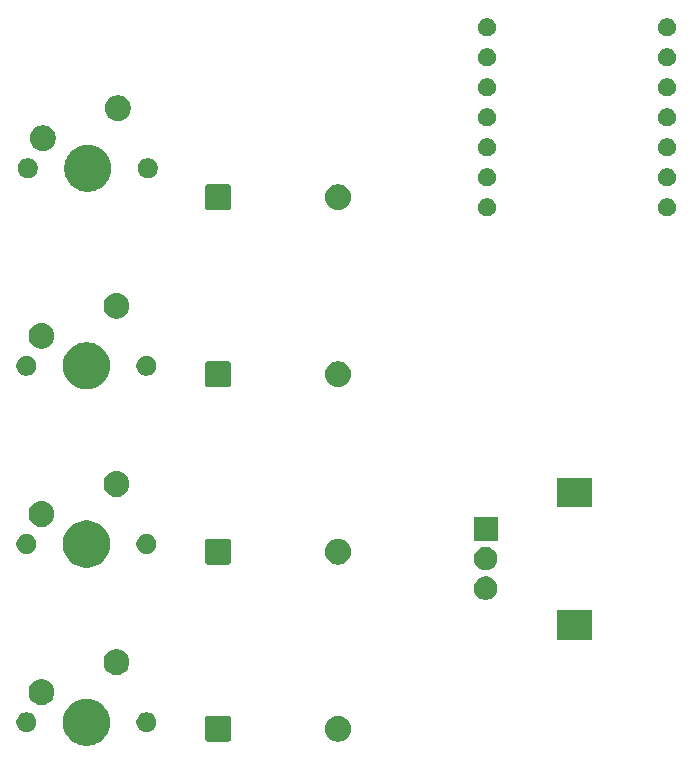
<source format=gbs>
G04 #@! TF.GenerationSoftware,KiCad,Pcbnew,9.0.6*
G04 #@! TF.CreationDate,2025-12-19T00:03:08+05:30*
G04 #@! TF.ProjectId,macropad,6d616372-6f70-4616-942e-6b696361645f,rev?*
G04 #@! TF.SameCoordinates,Original*
G04 #@! TF.FileFunction,Soldermask,Bot*
G04 #@! TF.FilePolarity,Negative*
%FSLAX46Y46*%
G04 Gerber Fmt 4.6, Leading zero omitted, Abs format (unit mm)*
G04 Created by KiCad (PCBNEW 9.0.6) date 2025-12-19 00:03:08*
%MOMM*%
%LPD*%
G01*
G04 APERTURE LIST*
G04 APERTURE END LIST*
G36*
X119090181Y-102488429D02*
G01*
X119342879Y-102556140D01*
X119584577Y-102656255D01*
X119811140Y-102787061D01*
X120018692Y-102946320D01*
X120203680Y-103131308D01*
X120362939Y-103338860D01*
X120493745Y-103565423D01*
X120593860Y-103807121D01*
X120661571Y-104059819D01*
X120695718Y-104319194D01*
X120695718Y-104580806D01*
X120661571Y-104840181D01*
X120593860Y-105092879D01*
X120493745Y-105334577D01*
X120362939Y-105561140D01*
X120203680Y-105768692D01*
X120018692Y-105953680D01*
X119811140Y-106112939D01*
X119584577Y-106243745D01*
X119342879Y-106343860D01*
X119090181Y-106411571D01*
X118830806Y-106445718D01*
X118569194Y-106445718D01*
X118309819Y-106411571D01*
X118057121Y-106343860D01*
X117815423Y-106243745D01*
X117588860Y-106112939D01*
X117381308Y-105953680D01*
X117196320Y-105768692D01*
X117037061Y-105561140D01*
X116906255Y-105334577D01*
X116806140Y-105092879D01*
X116738429Y-104840181D01*
X116704282Y-104580806D01*
X116704282Y-104319194D01*
X116738429Y-104059819D01*
X116806140Y-103807121D01*
X116906255Y-103565423D01*
X117037061Y-103338860D01*
X117196320Y-103131308D01*
X117381308Y-102946320D01*
X117588860Y-102787061D01*
X117815423Y-102656255D01*
X118057121Y-102556140D01*
X118309819Y-102488429D01*
X118569194Y-102454282D01*
X118830806Y-102454282D01*
X119090181Y-102488429D01*
G37*
G36*
X130694850Y-103900964D02*
G01*
X130745041Y-103906787D01*
X130762191Y-103914359D01*
X130785671Y-103919030D01*
X130810806Y-103935825D01*
X130830696Y-103944607D01*
X130844280Y-103958191D01*
X130866777Y-103973223D01*
X130881808Y-103995719D01*
X130895392Y-104009303D01*
X130904173Y-104029190D01*
X130920970Y-104054329D01*
X130925640Y-104077809D01*
X130933212Y-104094958D01*
X130939036Y-104145161D01*
X130939999Y-104150000D01*
X130939999Y-104153456D01*
X130940000Y-104153465D01*
X130940000Y-105086291D01*
X130940000Y-105850001D01*
X130939034Y-105854853D01*
X130933212Y-105905041D01*
X130925641Y-105922187D01*
X130920970Y-105945671D01*
X130904171Y-105970811D01*
X130895392Y-105990696D01*
X130881810Y-106004277D01*
X130866777Y-106026777D01*
X130844277Y-106041810D01*
X130830696Y-106055392D01*
X130810811Y-106064171D01*
X130785671Y-106080970D01*
X130762188Y-106085640D01*
X130745041Y-106093212D01*
X130694838Y-106099036D01*
X130690000Y-106099999D01*
X130686543Y-106099999D01*
X130686535Y-106100000D01*
X128993465Y-106100000D01*
X128993464Y-106099999D01*
X128989999Y-106100000D01*
X128985147Y-106099035D01*
X128934958Y-106093212D01*
X128917810Y-106085640D01*
X128894329Y-106080970D01*
X128869190Y-106064173D01*
X128849303Y-106055392D01*
X128835719Y-106041808D01*
X128813223Y-106026777D01*
X128798191Y-106004280D01*
X128784607Y-105990696D01*
X128775825Y-105970806D01*
X128759030Y-105945671D01*
X128754360Y-105922192D01*
X128746787Y-105905041D01*
X128740963Y-105854838D01*
X128740001Y-105850000D01*
X128740000Y-105846542D01*
X128740000Y-105846534D01*
X128740000Y-104153465D01*
X128740000Y-104153464D01*
X128740000Y-104149999D01*
X128740964Y-104145149D01*
X128746787Y-104094958D01*
X128754359Y-104077806D01*
X128759030Y-104054329D01*
X128775823Y-104029194D01*
X128784607Y-104009303D01*
X128798193Y-103995716D01*
X128813223Y-103973223D01*
X128835716Y-103958193D01*
X128849303Y-103944607D01*
X128869194Y-103935823D01*
X128894329Y-103919030D01*
X128917805Y-103914360D01*
X128934958Y-103906787D01*
X128985163Y-103900963D01*
X128990000Y-103900001D01*
X128993456Y-103900000D01*
X128993465Y-103900000D01*
X130686535Y-103900000D01*
X130690001Y-103900000D01*
X130694850Y-103900964D01*
G37*
G36*
X140256790Y-103930393D02*
G01*
X140420952Y-103983733D01*
X140574748Y-104062096D01*
X140714393Y-104163553D01*
X140836447Y-104285607D01*
X140937904Y-104425252D01*
X141016267Y-104579048D01*
X141069607Y-104743210D01*
X141096609Y-104913695D01*
X141096609Y-105086305D01*
X141069607Y-105256790D01*
X141016267Y-105420952D01*
X140937904Y-105574748D01*
X140836447Y-105714393D01*
X140714393Y-105836447D01*
X140574748Y-105937904D01*
X140420952Y-106016267D01*
X140256790Y-106069607D01*
X140086305Y-106096609D01*
X139913695Y-106096609D01*
X139743210Y-106069607D01*
X139579048Y-106016267D01*
X139425252Y-105937904D01*
X139285607Y-105836447D01*
X139163553Y-105714393D01*
X139062096Y-105574748D01*
X138983733Y-105420952D01*
X138930393Y-105256790D01*
X138903391Y-105086305D01*
X138903391Y-104913695D01*
X138930393Y-104743210D01*
X138983733Y-104579048D01*
X139062096Y-104425252D01*
X139163553Y-104285607D01*
X139285607Y-104163553D01*
X139425252Y-104062096D01*
X139579048Y-103983733D01*
X139743210Y-103930393D01*
X139913695Y-103903391D01*
X140086305Y-103903391D01*
X140256790Y-103930393D01*
G37*
G36*
X113866742Y-103636601D02*
G01*
X114020687Y-103700367D01*
X114159234Y-103792941D01*
X114277059Y-103910766D01*
X114369633Y-104049313D01*
X114433399Y-104203258D01*
X114465907Y-104366685D01*
X114465907Y-104533315D01*
X114433399Y-104696742D01*
X114369633Y-104850687D01*
X114277059Y-104989234D01*
X114159234Y-105107059D01*
X114020687Y-105199633D01*
X113866742Y-105263399D01*
X113703315Y-105295907D01*
X113536685Y-105295907D01*
X113373258Y-105263399D01*
X113219313Y-105199633D01*
X113080766Y-105107059D01*
X112962941Y-104989234D01*
X112870367Y-104850687D01*
X112806601Y-104696742D01*
X112774093Y-104533315D01*
X112774093Y-104366685D01*
X112806601Y-104203258D01*
X112870367Y-104049313D01*
X112962941Y-103910766D01*
X113080766Y-103792941D01*
X113219313Y-103700367D01*
X113373258Y-103636601D01*
X113536685Y-103604093D01*
X113703315Y-103604093D01*
X113866742Y-103636601D01*
G37*
G36*
X124026742Y-103636601D02*
G01*
X124180687Y-103700367D01*
X124319234Y-103792941D01*
X124437059Y-103910766D01*
X124529633Y-104049313D01*
X124593399Y-104203258D01*
X124625907Y-104366685D01*
X124625907Y-104533315D01*
X124593399Y-104696742D01*
X124529633Y-104850687D01*
X124437059Y-104989234D01*
X124319234Y-105107059D01*
X124180687Y-105199633D01*
X124026742Y-105263399D01*
X123863315Y-105295907D01*
X123696685Y-105295907D01*
X123533258Y-105263399D01*
X123379313Y-105199633D01*
X123240766Y-105107059D01*
X123122941Y-104989234D01*
X123030367Y-104850687D01*
X122966601Y-104696742D01*
X122934093Y-104533315D01*
X122934093Y-104366685D01*
X122966601Y-104203258D01*
X123030367Y-104049313D01*
X123122941Y-103910766D01*
X123240766Y-103792941D01*
X123379313Y-103700367D01*
X123533258Y-103636601D01*
X123696685Y-103604093D01*
X123863315Y-103604093D01*
X124026742Y-103636601D01*
G37*
G36*
X115146790Y-100840393D02*
G01*
X115310952Y-100893733D01*
X115464748Y-100972096D01*
X115604393Y-101073553D01*
X115726447Y-101195607D01*
X115827904Y-101335252D01*
X115906267Y-101489048D01*
X115959607Y-101653210D01*
X115986609Y-101823695D01*
X115986609Y-101996305D01*
X115959607Y-102166790D01*
X115906267Y-102330952D01*
X115827904Y-102484748D01*
X115726447Y-102624393D01*
X115604393Y-102746447D01*
X115464748Y-102847904D01*
X115310952Y-102926267D01*
X115146790Y-102979607D01*
X114976305Y-103006609D01*
X114803695Y-103006609D01*
X114633210Y-102979607D01*
X114469048Y-102926267D01*
X114315252Y-102847904D01*
X114175607Y-102746447D01*
X114053553Y-102624393D01*
X113952096Y-102484748D01*
X113873733Y-102330952D01*
X113820393Y-102166790D01*
X113793391Y-101996305D01*
X113793391Y-101823695D01*
X113820393Y-101653210D01*
X113873733Y-101489048D01*
X113952096Y-101335252D01*
X114053553Y-101195607D01*
X114175607Y-101073553D01*
X114315252Y-100972096D01*
X114469048Y-100893733D01*
X114633210Y-100840393D01*
X114803695Y-100813391D01*
X114976305Y-100813391D01*
X115146790Y-100840393D01*
G37*
G36*
X121496790Y-98300393D02*
G01*
X121660952Y-98353733D01*
X121814748Y-98432096D01*
X121954393Y-98533553D01*
X122076447Y-98655607D01*
X122177904Y-98795252D01*
X122256267Y-98949048D01*
X122309607Y-99113210D01*
X122336609Y-99283695D01*
X122336609Y-99456305D01*
X122309607Y-99626790D01*
X122256267Y-99790952D01*
X122177904Y-99944748D01*
X122076447Y-100084393D01*
X121954393Y-100206447D01*
X121814748Y-100307904D01*
X121660952Y-100386267D01*
X121496790Y-100439607D01*
X121326305Y-100466609D01*
X121153695Y-100466609D01*
X120983210Y-100439607D01*
X120819048Y-100386267D01*
X120665252Y-100307904D01*
X120525607Y-100206447D01*
X120403553Y-100084393D01*
X120302096Y-99944748D01*
X120223733Y-99790952D01*
X120170393Y-99626790D01*
X120143391Y-99456305D01*
X120143391Y-99283695D01*
X120170393Y-99113210D01*
X120223733Y-98949048D01*
X120302096Y-98795252D01*
X120403553Y-98655607D01*
X120525607Y-98533553D01*
X120665252Y-98432096D01*
X120819048Y-98353733D01*
X120983210Y-98300393D01*
X121153695Y-98273391D01*
X121326305Y-98273391D01*
X121496790Y-98300393D01*
G37*
G36*
X161500000Y-97450000D02*
G01*
X158500000Y-97450000D01*
X158500000Y-94950000D01*
X161500000Y-94950000D01*
X161500000Y-97450000D01*
G37*
G36*
X152790285Y-92143060D02*
G01*
X152971397Y-92218079D01*
X153134393Y-92326990D01*
X153273010Y-92465607D01*
X153381921Y-92628603D01*
X153456940Y-92809715D01*
X153495185Y-93001983D01*
X153495185Y-93198017D01*
X153456940Y-93390285D01*
X153381921Y-93571397D01*
X153273010Y-93734393D01*
X153134393Y-93873010D01*
X152971397Y-93981921D01*
X152790285Y-94056940D01*
X152598017Y-94095185D01*
X152401983Y-94095185D01*
X152209715Y-94056940D01*
X152028603Y-93981921D01*
X151865607Y-93873010D01*
X151726990Y-93734393D01*
X151618079Y-93571397D01*
X151543060Y-93390285D01*
X151504815Y-93198017D01*
X151504815Y-93001983D01*
X151543060Y-92809715D01*
X151618079Y-92628603D01*
X151726990Y-92465607D01*
X151865607Y-92326990D01*
X152028603Y-92218079D01*
X152209715Y-92143060D01*
X152401983Y-92104815D01*
X152598017Y-92104815D01*
X152790285Y-92143060D01*
G37*
G36*
X152790285Y-89643060D02*
G01*
X152971397Y-89718079D01*
X153134393Y-89826990D01*
X153273010Y-89965607D01*
X153381921Y-90128603D01*
X153456940Y-90309715D01*
X153495185Y-90501983D01*
X153495185Y-90698017D01*
X153456940Y-90890285D01*
X153381921Y-91071397D01*
X153273010Y-91234393D01*
X153134393Y-91373010D01*
X152971397Y-91481921D01*
X152790285Y-91556940D01*
X152598017Y-91595185D01*
X152401983Y-91595185D01*
X152209715Y-91556940D01*
X152028603Y-91481921D01*
X151865607Y-91373010D01*
X151726990Y-91234393D01*
X151618079Y-91071397D01*
X151543060Y-90890285D01*
X151504815Y-90698017D01*
X151504815Y-90501983D01*
X151543060Y-90309715D01*
X151618079Y-90128603D01*
X151726990Y-89965607D01*
X151865607Y-89826990D01*
X152028603Y-89718079D01*
X152209715Y-89643060D01*
X152401983Y-89604815D01*
X152598017Y-89604815D01*
X152790285Y-89643060D01*
G37*
G36*
X119090181Y-87398429D02*
G01*
X119342879Y-87466140D01*
X119584577Y-87566255D01*
X119811140Y-87697061D01*
X120018692Y-87856320D01*
X120203680Y-88041308D01*
X120362939Y-88248860D01*
X120493745Y-88475423D01*
X120593860Y-88717121D01*
X120661571Y-88969819D01*
X120695718Y-89229194D01*
X120695718Y-89490806D01*
X120661571Y-89750181D01*
X120593860Y-90002879D01*
X120493745Y-90244577D01*
X120362939Y-90471140D01*
X120203680Y-90678692D01*
X120018692Y-90863680D01*
X119811140Y-91022939D01*
X119584577Y-91153745D01*
X119342879Y-91253860D01*
X119090181Y-91321571D01*
X118830806Y-91355718D01*
X118569194Y-91355718D01*
X118309819Y-91321571D01*
X118057121Y-91253860D01*
X117815423Y-91153745D01*
X117588860Y-91022939D01*
X117381308Y-90863680D01*
X117196320Y-90678692D01*
X117037061Y-90471140D01*
X116906255Y-90244577D01*
X116806140Y-90002879D01*
X116738429Y-89750181D01*
X116704282Y-89490806D01*
X116704282Y-89229194D01*
X116738429Y-88969819D01*
X116806140Y-88717121D01*
X116906255Y-88475423D01*
X117037061Y-88248860D01*
X117196320Y-88041308D01*
X117381308Y-87856320D01*
X117588860Y-87697061D01*
X117815423Y-87566255D01*
X118057121Y-87466140D01*
X118309819Y-87398429D01*
X118569194Y-87364282D01*
X118830806Y-87364282D01*
X119090181Y-87398429D01*
G37*
G36*
X130694850Y-88900964D02*
G01*
X130745041Y-88906787D01*
X130762191Y-88914359D01*
X130785671Y-88919030D01*
X130810806Y-88935825D01*
X130830696Y-88944607D01*
X130844280Y-88958191D01*
X130866777Y-88973223D01*
X130881808Y-88995719D01*
X130895392Y-89009303D01*
X130904173Y-89029190D01*
X130920970Y-89054329D01*
X130925640Y-89077809D01*
X130933212Y-89094958D01*
X130939036Y-89145161D01*
X130939999Y-89150000D01*
X130939999Y-89153456D01*
X130940000Y-89153465D01*
X130940000Y-90002838D01*
X130940000Y-90850001D01*
X130939034Y-90854853D01*
X130933212Y-90905041D01*
X130925641Y-90922187D01*
X130920970Y-90945671D01*
X130904171Y-90970811D01*
X130895392Y-90990696D01*
X130881810Y-91004277D01*
X130866777Y-91026777D01*
X130844277Y-91041810D01*
X130830696Y-91055392D01*
X130810811Y-91064171D01*
X130785671Y-91080970D01*
X130762188Y-91085640D01*
X130745041Y-91093212D01*
X130694838Y-91099036D01*
X130690000Y-91099999D01*
X130686543Y-91099999D01*
X130686535Y-91100000D01*
X128993465Y-91100000D01*
X128993464Y-91099999D01*
X128989999Y-91100000D01*
X128985147Y-91099035D01*
X128934958Y-91093212D01*
X128917810Y-91085640D01*
X128894329Y-91080970D01*
X128869190Y-91064173D01*
X128849303Y-91055392D01*
X128835719Y-91041808D01*
X128813223Y-91026777D01*
X128798191Y-91004280D01*
X128784607Y-90990696D01*
X128775825Y-90970806D01*
X128759030Y-90945671D01*
X128754360Y-90922192D01*
X128746787Y-90905041D01*
X128740963Y-90854838D01*
X128740001Y-90850000D01*
X128740000Y-90846542D01*
X128740000Y-90846534D01*
X128740000Y-89153465D01*
X128740000Y-89153464D01*
X128740000Y-89149999D01*
X128740964Y-89145149D01*
X128746787Y-89094958D01*
X128754359Y-89077806D01*
X128759030Y-89054329D01*
X128775823Y-89029194D01*
X128784607Y-89009303D01*
X128798193Y-88995716D01*
X128813223Y-88973223D01*
X128835716Y-88958193D01*
X128849303Y-88944607D01*
X128869194Y-88935823D01*
X128894329Y-88919030D01*
X128917805Y-88914360D01*
X128934958Y-88906787D01*
X128985163Y-88900963D01*
X128990000Y-88900001D01*
X128993456Y-88900000D01*
X128993465Y-88900000D01*
X130686535Y-88900000D01*
X130690001Y-88900000D01*
X130694850Y-88900964D01*
G37*
G36*
X140256790Y-88930393D02*
G01*
X140420952Y-88983733D01*
X140574748Y-89062096D01*
X140714393Y-89163553D01*
X140836447Y-89285607D01*
X140937904Y-89425252D01*
X141016267Y-89579048D01*
X141069607Y-89743210D01*
X141096609Y-89913695D01*
X141096609Y-90086305D01*
X141069607Y-90256790D01*
X141016267Y-90420952D01*
X140937904Y-90574748D01*
X140836447Y-90714393D01*
X140714393Y-90836447D01*
X140574748Y-90937904D01*
X140420952Y-91016267D01*
X140256790Y-91069607D01*
X140086305Y-91096609D01*
X139913695Y-91096609D01*
X139743210Y-91069607D01*
X139579048Y-91016267D01*
X139425252Y-90937904D01*
X139285607Y-90836447D01*
X139163553Y-90714393D01*
X139062096Y-90574748D01*
X138983733Y-90420952D01*
X138930393Y-90256790D01*
X138903391Y-90086305D01*
X138903391Y-89913695D01*
X138930393Y-89743210D01*
X138983733Y-89579048D01*
X139062096Y-89425252D01*
X139163553Y-89285607D01*
X139285607Y-89163553D01*
X139425252Y-89062096D01*
X139579048Y-88983733D01*
X139743210Y-88930393D01*
X139913695Y-88903391D01*
X140086305Y-88903391D01*
X140256790Y-88930393D01*
G37*
G36*
X113866742Y-88546601D02*
G01*
X114020687Y-88610367D01*
X114159234Y-88702941D01*
X114277059Y-88820766D01*
X114369633Y-88959313D01*
X114433399Y-89113258D01*
X114465907Y-89276685D01*
X114465907Y-89443315D01*
X114433399Y-89606742D01*
X114369633Y-89760687D01*
X114277059Y-89899234D01*
X114159234Y-90017059D01*
X114020687Y-90109633D01*
X113866742Y-90173399D01*
X113703315Y-90205907D01*
X113536685Y-90205907D01*
X113373258Y-90173399D01*
X113219313Y-90109633D01*
X113080766Y-90017059D01*
X112962941Y-89899234D01*
X112870367Y-89760687D01*
X112806601Y-89606742D01*
X112774093Y-89443315D01*
X112774093Y-89276685D01*
X112806601Y-89113258D01*
X112870367Y-88959313D01*
X112962941Y-88820766D01*
X113080766Y-88702941D01*
X113219313Y-88610367D01*
X113373258Y-88546601D01*
X113536685Y-88514093D01*
X113703315Y-88514093D01*
X113866742Y-88546601D01*
G37*
G36*
X124026742Y-88546601D02*
G01*
X124180687Y-88610367D01*
X124319234Y-88702941D01*
X124437059Y-88820766D01*
X124529633Y-88959313D01*
X124593399Y-89113258D01*
X124625907Y-89276685D01*
X124625907Y-89443315D01*
X124593399Y-89606742D01*
X124529633Y-89760687D01*
X124437059Y-89899234D01*
X124319234Y-90017059D01*
X124180687Y-90109633D01*
X124026742Y-90173399D01*
X123863315Y-90205907D01*
X123696685Y-90205907D01*
X123533258Y-90173399D01*
X123379313Y-90109633D01*
X123240766Y-90017059D01*
X123122941Y-89899234D01*
X123030367Y-89760687D01*
X122966601Y-89606742D01*
X122934093Y-89443315D01*
X122934093Y-89276685D01*
X122966601Y-89113258D01*
X123030367Y-88959313D01*
X123122941Y-88820766D01*
X123240766Y-88702941D01*
X123379313Y-88610367D01*
X123533258Y-88546601D01*
X123696685Y-88514093D01*
X123863315Y-88514093D01*
X124026742Y-88546601D01*
G37*
G36*
X153500000Y-89100000D02*
G01*
X151500000Y-89100000D01*
X151500000Y-87100000D01*
X153500000Y-87100000D01*
X153500000Y-89100000D01*
G37*
G36*
X115146790Y-85750393D02*
G01*
X115310952Y-85803733D01*
X115464748Y-85882096D01*
X115604393Y-85983553D01*
X115726447Y-86105607D01*
X115827904Y-86245252D01*
X115906267Y-86399048D01*
X115959607Y-86563210D01*
X115986609Y-86733695D01*
X115986609Y-86906305D01*
X115959607Y-87076790D01*
X115906267Y-87240952D01*
X115827904Y-87394748D01*
X115726447Y-87534393D01*
X115604393Y-87656447D01*
X115464748Y-87757904D01*
X115310952Y-87836267D01*
X115146790Y-87889607D01*
X114976305Y-87916609D01*
X114803695Y-87916609D01*
X114633210Y-87889607D01*
X114469048Y-87836267D01*
X114315252Y-87757904D01*
X114175607Y-87656447D01*
X114053553Y-87534393D01*
X113952096Y-87394748D01*
X113873733Y-87240952D01*
X113820393Y-87076790D01*
X113793391Y-86906305D01*
X113793391Y-86733695D01*
X113820393Y-86563210D01*
X113873733Y-86399048D01*
X113952096Y-86245252D01*
X114053553Y-86105607D01*
X114175607Y-85983553D01*
X114315252Y-85882096D01*
X114469048Y-85803733D01*
X114633210Y-85750393D01*
X114803695Y-85723391D01*
X114976305Y-85723391D01*
X115146790Y-85750393D01*
G37*
G36*
X161500000Y-86250000D02*
G01*
X158500000Y-86250000D01*
X158500000Y-83750000D01*
X161500000Y-83750000D01*
X161500000Y-86250000D01*
G37*
G36*
X121496790Y-83210393D02*
G01*
X121660952Y-83263733D01*
X121814748Y-83342096D01*
X121954393Y-83443553D01*
X122076447Y-83565607D01*
X122177904Y-83705252D01*
X122256267Y-83859048D01*
X122309607Y-84023210D01*
X122336609Y-84193695D01*
X122336609Y-84366305D01*
X122309607Y-84536790D01*
X122256267Y-84700952D01*
X122177904Y-84854748D01*
X122076447Y-84994393D01*
X121954393Y-85116447D01*
X121814748Y-85217904D01*
X121660952Y-85296267D01*
X121496790Y-85349607D01*
X121326305Y-85376609D01*
X121153695Y-85376609D01*
X120983210Y-85349607D01*
X120819048Y-85296267D01*
X120665252Y-85217904D01*
X120525607Y-85116447D01*
X120403553Y-84994393D01*
X120302096Y-84854748D01*
X120223733Y-84700952D01*
X120170393Y-84536790D01*
X120143391Y-84366305D01*
X120143391Y-84193695D01*
X120170393Y-84023210D01*
X120223733Y-83859048D01*
X120302096Y-83705252D01*
X120403553Y-83565607D01*
X120525607Y-83443553D01*
X120665252Y-83342096D01*
X120819048Y-83263733D01*
X120983210Y-83210393D01*
X121153695Y-83183391D01*
X121326305Y-83183391D01*
X121496790Y-83210393D01*
G37*
G36*
X119090181Y-72308429D02*
G01*
X119342879Y-72376140D01*
X119584577Y-72476255D01*
X119811140Y-72607061D01*
X120018692Y-72766320D01*
X120203680Y-72951308D01*
X120362939Y-73158860D01*
X120493745Y-73385423D01*
X120593860Y-73627121D01*
X120661571Y-73879819D01*
X120695718Y-74139194D01*
X120695718Y-74400806D01*
X120661571Y-74660181D01*
X120593860Y-74912879D01*
X120493745Y-75154577D01*
X120362939Y-75381140D01*
X120203680Y-75588692D01*
X120018692Y-75773680D01*
X119811140Y-75932939D01*
X119584577Y-76063745D01*
X119342879Y-76163860D01*
X119090181Y-76231571D01*
X118830806Y-76265718D01*
X118569194Y-76265718D01*
X118309819Y-76231571D01*
X118057121Y-76163860D01*
X117815423Y-76063745D01*
X117588860Y-75932939D01*
X117381308Y-75773680D01*
X117196320Y-75588692D01*
X117037061Y-75381140D01*
X116906255Y-75154577D01*
X116806140Y-74912879D01*
X116738429Y-74660181D01*
X116704282Y-74400806D01*
X116704282Y-74139194D01*
X116738429Y-73879819D01*
X116806140Y-73627121D01*
X116906255Y-73385423D01*
X117037061Y-73158860D01*
X117196320Y-72951308D01*
X117381308Y-72766320D01*
X117588860Y-72607061D01*
X117815423Y-72476255D01*
X118057121Y-72376140D01*
X118309819Y-72308429D01*
X118569194Y-72274282D01*
X118830806Y-72274282D01*
X119090181Y-72308429D01*
G37*
G36*
X130694850Y-73900964D02*
G01*
X130745041Y-73906787D01*
X130762191Y-73914359D01*
X130785671Y-73919030D01*
X130810806Y-73935825D01*
X130830696Y-73944607D01*
X130844280Y-73958191D01*
X130866777Y-73973223D01*
X130881808Y-73995719D01*
X130895392Y-74009303D01*
X130904173Y-74029190D01*
X130920970Y-74054329D01*
X130925640Y-74077809D01*
X130933212Y-74094958D01*
X130939036Y-74145161D01*
X130939999Y-74150000D01*
X130939999Y-74153456D01*
X130940000Y-74153465D01*
X130940000Y-75019375D01*
X130940000Y-75850001D01*
X130939034Y-75854853D01*
X130933212Y-75905041D01*
X130925641Y-75922187D01*
X130920970Y-75945671D01*
X130904171Y-75970811D01*
X130895392Y-75990696D01*
X130881810Y-76004277D01*
X130866777Y-76026777D01*
X130844277Y-76041810D01*
X130830696Y-76055392D01*
X130810811Y-76064171D01*
X130785671Y-76080970D01*
X130762188Y-76085640D01*
X130745041Y-76093212D01*
X130694838Y-76099036D01*
X130690000Y-76099999D01*
X130686543Y-76099999D01*
X130686535Y-76100000D01*
X128993465Y-76100000D01*
X128993464Y-76099999D01*
X128989999Y-76100000D01*
X128985147Y-76099035D01*
X128934958Y-76093212D01*
X128917810Y-76085640D01*
X128894329Y-76080970D01*
X128869190Y-76064173D01*
X128849303Y-76055392D01*
X128835719Y-76041808D01*
X128813223Y-76026777D01*
X128798191Y-76004280D01*
X128784607Y-75990696D01*
X128775825Y-75970806D01*
X128759030Y-75945671D01*
X128754360Y-75922192D01*
X128746787Y-75905041D01*
X128740963Y-75854838D01*
X128740001Y-75850000D01*
X128740000Y-75846542D01*
X128740000Y-75846534D01*
X128740000Y-74153465D01*
X128740000Y-74153464D01*
X128740000Y-74149999D01*
X128740964Y-74145149D01*
X128746787Y-74094958D01*
X128754359Y-74077806D01*
X128759030Y-74054329D01*
X128775823Y-74029194D01*
X128784607Y-74009303D01*
X128798193Y-73995716D01*
X128813223Y-73973223D01*
X128835716Y-73958193D01*
X128849303Y-73944607D01*
X128869194Y-73935823D01*
X128894329Y-73919030D01*
X128917805Y-73914360D01*
X128934958Y-73906787D01*
X128985163Y-73900963D01*
X128990000Y-73900001D01*
X128993456Y-73900000D01*
X128993465Y-73900000D01*
X130686535Y-73900000D01*
X130690001Y-73900000D01*
X130694850Y-73900964D01*
G37*
G36*
X140256790Y-73930393D02*
G01*
X140420952Y-73983733D01*
X140574748Y-74062096D01*
X140714393Y-74163553D01*
X140836447Y-74285607D01*
X140937904Y-74425252D01*
X141016267Y-74579048D01*
X141069607Y-74743210D01*
X141096609Y-74913695D01*
X141096609Y-75086305D01*
X141069607Y-75256790D01*
X141016267Y-75420952D01*
X140937904Y-75574748D01*
X140836447Y-75714393D01*
X140714393Y-75836447D01*
X140574748Y-75937904D01*
X140420952Y-76016267D01*
X140256790Y-76069607D01*
X140086305Y-76096609D01*
X139913695Y-76096609D01*
X139743210Y-76069607D01*
X139579048Y-76016267D01*
X139425252Y-75937904D01*
X139285607Y-75836447D01*
X139163553Y-75714393D01*
X139062096Y-75574748D01*
X138983733Y-75420952D01*
X138930393Y-75256790D01*
X138903391Y-75086305D01*
X138903391Y-74913695D01*
X138930393Y-74743210D01*
X138983733Y-74579048D01*
X139062096Y-74425252D01*
X139163553Y-74285607D01*
X139285607Y-74163553D01*
X139425252Y-74062096D01*
X139579048Y-73983733D01*
X139743210Y-73930393D01*
X139913695Y-73903391D01*
X140086305Y-73903391D01*
X140256790Y-73930393D01*
G37*
G36*
X113866742Y-73456601D02*
G01*
X114020687Y-73520367D01*
X114159234Y-73612941D01*
X114277059Y-73730766D01*
X114369633Y-73869313D01*
X114433399Y-74023258D01*
X114465907Y-74186685D01*
X114465907Y-74353315D01*
X114433399Y-74516742D01*
X114369633Y-74670687D01*
X114277059Y-74809234D01*
X114159234Y-74927059D01*
X114020687Y-75019633D01*
X113866742Y-75083399D01*
X113703315Y-75115907D01*
X113536685Y-75115907D01*
X113373258Y-75083399D01*
X113219313Y-75019633D01*
X113080766Y-74927059D01*
X112962941Y-74809234D01*
X112870367Y-74670687D01*
X112806601Y-74516742D01*
X112774093Y-74353315D01*
X112774093Y-74186685D01*
X112806601Y-74023258D01*
X112870367Y-73869313D01*
X112962941Y-73730766D01*
X113080766Y-73612941D01*
X113219313Y-73520367D01*
X113373258Y-73456601D01*
X113536685Y-73424093D01*
X113703315Y-73424093D01*
X113866742Y-73456601D01*
G37*
G36*
X124026742Y-73456601D02*
G01*
X124180687Y-73520367D01*
X124319234Y-73612941D01*
X124437059Y-73730766D01*
X124529633Y-73869313D01*
X124593399Y-74023258D01*
X124625907Y-74186685D01*
X124625907Y-74353315D01*
X124593399Y-74516742D01*
X124529633Y-74670687D01*
X124437059Y-74809234D01*
X124319234Y-74927059D01*
X124180687Y-75019633D01*
X124026742Y-75083399D01*
X123863315Y-75115907D01*
X123696685Y-75115907D01*
X123533258Y-75083399D01*
X123379313Y-75019633D01*
X123240766Y-74927059D01*
X123122941Y-74809234D01*
X123030367Y-74670687D01*
X122966601Y-74516742D01*
X122934093Y-74353315D01*
X122934093Y-74186685D01*
X122966601Y-74023258D01*
X123030367Y-73869313D01*
X123122941Y-73730766D01*
X123240766Y-73612941D01*
X123379313Y-73520367D01*
X123533258Y-73456601D01*
X123696685Y-73424093D01*
X123863315Y-73424093D01*
X124026742Y-73456601D01*
G37*
G36*
X115146790Y-70660393D02*
G01*
X115310952Y-70713733D01*
X115464748Y-70792096D01*
X115604393Y-70893553D01*
X115726447Y-71015607D01*
X115827904Y-71155252D01*
X115906267Y-71309048D01*
X115959607Y-71473210D01*
X115986609Y-71643695D01*
X115986609Y-71816305D01*
X115959607Y-71986790D01*
X115906267Y-72150952D01*
X115827904Y-72304748D01*
X115726447Y-72444393D01*
X115604393Y-72566447D01*
X115464748Y-72667904D01*
X115310952Y-72746267D01*
X115146790Y-72799607D01*
X114976305Y-72826609D01*
X114803695Y-72826609D01*
X114633210Y-72799607D01*
X114469048Y-72746267D01*
X114315252Y-72667904D01*
X114175607Y-72566447D01*
X114053553Y-72444393D01*
X113952096Y-72304748D01*
X113873733Y-72150952D01*
X113820393Y-71986790D01*
X113793391Y-71816305D01*
X113793391Y-71643695D01*
X113820393Y-71473210D01*
X113873733Y-71309048D01*
X113952096Y-71155252D01*
X114053553Y-71015607D01*
X114175607Y-70893553D01*
X114315252Y-70792096D01*
X114469048Y-70713733D01*
X114633210Y-70660393D01*
X114803695Y-70633391D01*
X114976305Y-70633391D01*
X115146790Y-70660393D01*
G37*
G36*
X121496790Y-68120393D02*
G01*
X121660952Y-68173733D01*
X121814748Y-68252096D01*
X121954393Y-68353553D01*
X122076447Y-68475607D01*
X122177904Y-68615252D01*
X122256267Y-68769048D01*
X122309607Y-68933210D01*
X122336609Y-69103695D01*
X122336609Y-69276305D01*
X122309607Y-69446790D01*
X122256267Y-69610952D01*
X122177904Y-69764748D01*
X122076447Y-69904393D01*
X121954393Y-70026447D01*
X121814748Y-70127904D01*
X121660952Y-70206267D01*
X121496790Y-70259607D01*
X121326305Y-70286609D01*
X121153695Y-70286609D01*
X120983210Y-70259607D01*
X120819048Y-70206267D01*
X120665252Y-70127904D01*
X120525607Y-70026447D01*
X120403553Y-69904393D01*
X120302096Y-69764748D01*
X120223733Y-69610952D01*
X120170393Y-69446790D01*
X120143391Y-69276305D01*
X120143391Y-69103695D01*
X120170393Y-68933210D01*
X120223733Y-68769048D01*
X120302096Y-68615252D01*
X120403553Y-68475607D01*
X120525607Y-68353553D01*
X120665252Y-68252096D01*
X120819048Y-68173733D01*
X120983210Y-68120393D01*
X121153695Y-68093391D01*
X121326305Y-68093391D01*
X121496790Y-68120393D01*
G37*
G36*
X152824397Y-60129211D02*
G01*
X152962404Y-60186376D01*
X153086608Y-60269366D01*
X153192234Y-60374992D01*
X153275224Y-60499196D01*
X153332389Y-60637203D01*
X153361531Y-60783711D01*
X153361531Y-60933089D01*
X153332389Y-61079597D01*
X153275224Y-61217604D01*
X153192234Y-61341808D01*
X153086608Y-61447434D01*
X152962404Y-61530424D01*
X152824397Y-61587589D01*
X152677889Y-61616731D01*
X152528511Y-61616731D01*
X152382003Y-61587589D01*
X152243996Y-61530424D01*
X152119792Y-61447434D01*
X152014166Y-61341808D01*
X151931176Y-61217604D01*
X151874011Y-61079597D01*
X151844869Y-60933089D01*
X151844869Y-60783711D01*
X151874011Y-60637203D01*
X151931176Y-60499196D01*
X152014166Y-60374992D01*
X152119792Y-60269366D01*
X152243996Y-60186376D01*
X152382003Y-60129211D01*
X152528511Y-60100069D01*
X152677889Y-60100069D01*
X152824397Y-60129211D01*
G37*
G36*
X168064397Y-60129211D02*
G01*
X168202404Y-60186376D01*
X168326608Y-60269366D01*
X168432234Y-60374992D01*
X168515224Y-60499196D01*
X168572389Y-60637203D01*
X168601531Y-60783711D01*
X168601531Y-60933089D01*
X168572389Y-61079597D01*
X168515224Y-61217604D01*
X168432234Y-61341808D01*
X168326608Y-61447434D01*
X168202404Y-61530424D01*
X168064397Y-61587589D01*
X167917889Y-61616731D01*
X167768511Y-61616731D01*
X167622003Y-61587589D01*
X167483996Y-61530424D01*
X167359792Y-61447434D01*
X167254166Y-61341808D01*
X167171176Y-61217604D01*
X167114011Y-61079597D01*
X167084869Y-60933089D01*
X167084869Y-60783711D01*
X167114011Y-60637203D01*
X167171176Y-60499196D01*
X167254166Y-60374992D01*
X167359792Y-60269366D01*
X167483996Y-60186376D01*
X167622003Y-60129211D01*
X167768511Y-60100069D01*
X167917889Y-60100069D01*
X168064397Y-60129211D01*
G37*
G36*
X130694850Y-58900964D02*
G01*
X130745041Y-58906787D01*
X130762191Y-58914359D01*
X130785671Y-58919030D01*
X130810806Y-58935825D01*
X130830696Y-58944607D01*
X130844280Y-58958191D01*
X130866777Y-58973223D01*
X130881808Y-58995719D01*
X130895392Y-59009303D01*
X130904173Y-59029190D01*
X130920970Y-59054329D01*
X130925640Y-59077809D01*
X130933212Y-59094958D01*
X130939036Y-59145161D01*
X130939999Y-59150000D01*
X130939999Y-59153456D01*
X130940000Y-59153465D01*
X130940000Y-60086291D01*
X130940000Y-60850001D01*
X130939034Y-60854853D01*
X130933212Y-60905041D01*
X130925641Y-60922187D01*
X130920970Y-60945671D01*
X130904171Y-60970811D01*
X130895392Y-60990696D01*
X130881810Y-61004277D01*
X130866777Y-61026777D01*
X130844277Y-61041810D01*
X130830696Y-61055392D01*
X130810811Y-61064171D01*
X130785671Y-61080970D01*
X130762188Y-61085640D01*
X130745041Y-61093212D01*
X130694838Y-61099036D01*
X130690000Y-61099999D01*
X130686543Y-61099999D01*
X130686535Y-61100000D01*
X128993465Y-61100000D01*
X128993464Y-61099999D01*
X128989999Y-61100000D01*
X128985147Y-61099035D01*
X128934958Y-61093212D01*
X128917810Y-61085640D01*
X128894329Y-61080970D01*
X128869190Y-61064173D01*
X128849303Y-61055392D01*
X128835719Y-61041808D01*
X128813223Y-61026777D01*
X128798191Y-61004280D01*
X128784607Y-60990696D01*
X128775825Y-60970806D01*
X128759030Y-60945671D01*
X128754360Y-60922192D01*
X128746787Y-60905041D01*
X128740963Y-60854838D01*
X128740001Y-60850000D01*
X128740000Y-60846542D01*
X128740000Y-60846534D01*
X128740000Y-59153465D01*
X128740000Y-59153464D01*
X128740000Y-59149999D01*
X128740964Y-59145149D01*
X128746787Y-59094958D01*
X128754359Y-59077806D01*
X128759030Y-59054329D01*
X128775823Y-59029194D01*
X128784607Y-59009303D01*
X128798193Y-58995716D01*
X128813223Y-58973223D01*
X128835716Y-58958193D01*
X128849303Y-58944607D01*
X128869194Y-58935823D01*
X128894329Y-58919030D01*
X128917805Y-58914360D01*
X128934958Y-58906787D01*
X128985163Y-58900963D01*
X128990000Y-58900001D01*
X128993456Y-58900000D01*
X128993465Y-58900000D01*
X130686535Y-58900000D01*
X130690001Y-58900000D01*
X130694850Y-58900964D01*
G37*
G36*
X140256790Y-58930393D02*
G01*
X140420952Y-58983733D01*
X140574748Y-59062096D01*
X140714393Y-59163553D01*
X140836447Y-59285607D01*
X140937904Y-59425252D01*
X141016267Y-59579048D01*
X141069607Y-59743210D01*
X141096609Y-59913695D01*
X141096609Y-60086305D01*
X141069607Y-60256790D01*
X141016267Y-60420952D01*
X140937904Y-60574748D01*
X140836447Y-60714393D01*
X140714393Y-60836447D01*
X140574748Y-60937904D01*
X140420952Y-61016267D01*
X140256790Y-61069607D01*
X140086305Y-61096609D01*
X139913695Y-61096609D01*
X139743210Y-61069607D01*
X139579048Y-61016267D01*
X139425252Y-60937904D01*
X139285607Y-60836447D01*
X139163553Y-60714393D01*
X139062096Y-60574748D01*
X138983733Y-60420952D01*
X138930393Y-60256790D01*
X138903391Y-60086305D01*
X138903391Y-59913695D01*
X138930393Y-59743210D01*
X138983733Y-59579048D01*
X139062096Y-59425252D01*
X139163553Y-59285607D01*
X139285607Y-59163553D01*
X139425252Y-59062096D01*
X139579048Y-58983733D01*
X139743210Y-58930393D01*
X139913695Y-58903391D01*
X140086305Y-58903391D01*
X140256790Y-58930393D01*
G37*
G36*
X119200181Y-55578429D02*
G01*
X119452879Y-55646140D01*
X119694577Y-55746255D01*
X119921140Y-55877061D01*
X120128692Y-56036320D01*
X120313680Y-56221308D01*
X120472939Y-56428860D01*
X120603745Y-56655423D01*
X120703860Y-56897121D01*
X120771571Y-57149819D01*
X120805718Y-57409194D01*
X120805718Y-57670806D01*
X120771571Y-57930181D01*
X120703860Y-58182879D01*
X120603745Y-58424577D01*
X120472939Y-58651140D01*
X120313680Y-58858692D01*
X120128692Y-59043680D01*
X119921140Y-59202939D01*
X119694577Y-59333745D01*
X119452879Y-59433860D01*
X119200181Y-59501571D01*
X118940806Y-59535718D01*
X118679194Y-59535718D01*
X118419819Y-59501571D01*
X118167121Y-59433860D01*
X117925423Y-59333745D01*
X117698860Y-59202939D01*
X117491308Y-59043680D01*
X117306320Y-58858692D01*
X117147061Y-58651140D01*
X117016255Y-58424577D01*
X116916140Y-58182879D01*
X116848429Y-57930181D01*
X116814282Y-57670806D01*
X116814282Y-57409194D01*
X116848429Y-57149819D01*
X116916140Y-56897121D01*
X117016255Y-56655423D01*
X117147061Y-56428860D01*
X117306320Y-56221308D01*
X117491308Y-56036320D01*
X117698860Y-55877061D01*
X117925423Y-55746255D01*
X118167121Y-55646140D01*
X118419819Y-55578429D01*
X118679194Y-55544282D01*
X118940806Y-55544282D01*
X119200181Y-55578429D01*
G37*
G36*
X152824397Y-57589211D02*
G01*
X152962404Y-57646376D01*
X153086608Y-57729366D01*
X153192234Y-57834992D01*
X153275224Y-57959196D01*
X153332389Y-58097203D01*
X153361531Y-58243711D01*
X153361531Y-58393089D01*
X153332389Y-58539597D01*
X153275224Y-58677604D01*
X153192234Y-58801808D01*
X153086608Y-58907434D01*
X152962404Y-58990424D01*
X152824397Y-59047589D01*
X152677889Y-59076731D01*
X152528511Y-59076731D01*
X152382003Y-59047589D01*
X152243996Y-58990424D01*
X152119792Y-58907434D01*
X152014166Y-58801808D01*
X151931176Y-58677604D01*
X151874011Y-58539597D01*
X151844869Y-58393089D01*
X151844869Y-58243711D01*
X151874011Y-58097203D01*
X151931176Y-57959196D01*
X152014166Y-57834992D01*
X152119792Y-57729366D01*
X152243996Y-57646376D01*
X152382003Y-57589211D01*
X152528511Y-57560069D01*
X152677889Y-57560069D01*
X152824397Y-57589211D01*
G37*
G36*
X168064397Y-57589211D02*
G01*
X168202404Y-57646376D01*
X168326608Y-57729366D01*
X168432234Y-57834992D01*
X168515224Y-57959196D01*
X168572389Y-58097203D01*
X168601531Y-58243711D01*
X168601531Y-58393089D01*
X168572389Y-58539597D01*
X168515224Y-58677604D01*
X168432234Y-58801808D01*
X168326608Y-58907434D01*
X168202404Y-58990424D01*
X168064397Y-59047589D01*
X167917889Y-59076731D01*
X167768511Y-59076731D01*
X167622003Y-59047589D01*
X167483996Y-58990424D01*
X167359792Y-58907434D01*
X167254166Y-58801808D01*
X167171176Y-58677604D01*
X167114011Y-58539597D01*
X167084869Y-58393089D01*
X167084869Y-58243711D01*
X167114011Y-58097203D01*
X167171176Y-57959196D01*
X167254166Y-57834992D01*
X167359792Y-57729366D01*
X167483996Y-57646376D01*
X167622003Y-57589211D01*
X167768511Y-57560069D01*
X167917889Y-57560069D01*
X168064397Y-57589211D01*
G37*
G36*
X113976742Y-56726601D02*
G01*
X114130687Y-56790367D01*
X114269234Y-56882941D01*
X114387059Y-57000766D01*
X114479633Y-57139313D01*
X114543399Y-57293258D01*
X114575907Y-57456685D01*
X114575907Y-57623315D01*
X114543399Y-57786742D01*
X114479633Y-57940687D01*
X114387059Y-58079234D01*
X114269234Y-58197059D01*
X114130687Y-58289633D01*
X113976742Y-58353399D01*
X113813315Y-58385907D01*
X113646685Y-58385907D01*
X113483258Y-58353399D01*
X113329313Y-58289633D01*
X113190766Y-58197059D01*
X113072941Y-58079234D01*
X112980367Y-57940687D01*
X112916601Y-57786742D01*
X112884093Y-57623315D01*
X112884093Y-57456685D01*
X112916601Y-57293258D01*
X112980367Y-57139313D01*
X113072941Y-57000766D01*
X113190766Y-56882941D01*
X113329313Y-56790367D01*
X113483258Y-56726601D01*
X113646685Y-56694093D01*
X113813315Y-56694093D01*
X113976742Y-56726601D01*
G37*
G36*
X124136742Y-56726601D02*
G01*
X124290687Y-56790367D01*
X124429234Y-56882941D01*
X124547059Y-57000766D01*
X124639633Y-57139313D01*
X124703399Y-57293258D01*
X124735907Y-57456685D01*
X124735907Y-57623315D01*
X124703399Y-57786742D01*
X124639633Y-57940687D01*
X124547059Y-58079234D01*
X124429234Y-58197059D01*
X124290687Y-58289633D01*
X124136742Y-58353399D01*
X123973315Y-58385907D01*
X123806685Y-58385907D01*
X123643258Y-58353399D01*
X123489313Y-58289633D01*
X123350766Y-58197059D01*
X123232941Y-58079234D01*
X123140367Y-57940687D01*
X123076601Y-57786742D01*
X123044093Y-57623315D01*
X123044093Y-57456685D01*
X123076601Y-57293258D01*
X123140367Y-57139313D01*
X123232941Y-57000766D01*
X123350766Y-56882941D01*
X123489313Y-56790367D01*
X123643258Y-56726601D01*
X123806685Y-56694093D01*
X123973315Y-56694093D01*
X124136742Y-56726601D01*
G37*
G36*
X152824397Y-55049211D02*
G01*
X152962404Y-55106376D01*
X153086608Y-55189366D01*
X153192234Y-55294992D01*
X153275224Y-55419196D01*
X153332389Y-55557203D01*
X153361531Y-55703711D01*
X153361531Y-55853089D01*
X153332389Y-55999597D01*
X153275224Y-56137604D01*
X153192234Y-56261808D01*
X153086608Y-56367434D01*
X152962404Y-56450424D01*
X152824397Y-56507589D01*
X152677889Y-56536731D01*
X152528511Y-56536731D01*
X152382003Y-56507589D01*
X152243996Y-56450424D01*
X152119792Y-56367434D01*
X152014166Y-56261808D01*
X151931176Y-56137604D01*
X151874011Y-55999597D01*
X151844869Y-55853089D01*
X151844869Y-55703711D01*
X151874011Y-55557203D01*
X151931176Y-55419196D01*
X152014166Y-55294992D01*
X152119792Y-55189366D01*
X152243996Y-55106376D01*
X152382003Y-55049211D01*
X152528511Y-55020069D01*
X152677889Y-55020069D01*
X152824397Y-55049211D01*
G37*
G36*
X168064397Y-55049211D02*
G01*
X168202404Y-55106376D01*
X168326608Y-55189366D01*
X168432234Y-55294992D01*
X168515224Y-55419196D01*
X168572389Y-55557203D01*
X168601531Y-55703711D01*
X168601531Y-55853089D01*
X168572389Y-55999597D01*
X168515224Y-56137604D01*
X168432234Y-56261808D01*
X168326608Y-56367434D01*
X168202404Y-56450424D01*
X168064397Y-56507589D01*
X167917889Y-56536731D01*
X167768511Y-56536731D01*
X167622003Y-56507589D01*
X167483996Y-56450424D01*
X167359792Y-56367434D01*
X167254166Y-56261808D01*
X167171176Y-56137604D01*
X167114011Y-55999597D01*
X167084869Y-55853089D01*
X167084869Y-55703711D01*
X167114011Y-55557203D01*
X167171176Y-55419196D01*
X167254166Y-55294992D01*
X167359792Y-55189366D01*
X167483996Y-55106376D01*
X167622003Y-55049211D01*
X167768511Y-55020069D01*
X167917889Y-55020069D01*
X168064397Y-55049211D01*
G37*
G36*
X115256790Y-53930393D02*
G01*
X115420952Y-53983733D01*
X115574748Y-54062096D01*
X115714393Y-54163553D01*
X115836447Y-54285607D01*
X115937904Y-54425252D01*
X116016267Y-54579048D01*
X116069607Y-54743210D01*
X116096609Y-54913695D01*
X116096609Y-55086305D01*
X116069607Y-55256790D01*
X116016267Y-55420952D01*
X115937904Y-55574748D01*
X115836447Y-55714393D01*
X115714393Y-55836447D01*
X115574748Y-55937904D01*
X115420952Y-56016267D01*
X115256790Y-56069607D01*
X115086305Y-56096609D01*
X114913695Y-56096609D01*
X114743210Y-56069607D01*
X114579048Y-56016267D01*
X114425252Y-55937904D01*
X114285607Y-55836447D01*
X114163553Y-55714393D01*
X114062096Y-55574748D01*
X113983733Y-55420952D01*
X113930393Y-55256790D01*
X113903391Y-55086305D01*
X113903391Y-54913695D01*
X113930393Y-54743210D01*
X113983733Y-54579048D01*
X114062096Y-54425252D01*
X114163553Y-54285607D01*
X114285607Y-54163553D01*
X114425252Y-54062096D01*
X114579048Y-53983733D01*
X114743210Y-53930393D01*
X114913695Y-53903391D01*
X115086305Y-53903391D01*
X115256790Y-53930393D01*
G37*
G36*
X152824397Y-52509211D02*
G01*
X152962404Y-52566376D01*
X153086608Y-52649366D01*
X153192234Y-52754992D01*
X153275224Y-52879196D01*
X153332389Y-53017203D01*
X153361531Y-53163711D01*
X153361531Y-53313089D01*
X153332389Y-53459597D01*
X153275224Y-53597604D01*
X153192234Y-53721808D01*
X153086608Y-53827434D01*
X152962404Y-53910424D01*
X152824397Y-53967589D01*
X152677889Y-53996731D01*
X152528511Y-53996731D01*
X152382003Y-53967589D01*
X152243996Y-53910424D01*
X152119792Y-53827434D01*
X152014166Y-53721808D01*
X151931176Y-53597604D01*
X151874011Y-53459597D01*
X151844869Y-53313089D01*
X151844869Y-53163711D01*
X151874011Y-53017203D01*
X151931176Y-52879196D01*
X152014166Y-52754992D01*
X152119792Y-52649366D01*
X152243996Y-52566376D01*
X152382003Y-52509211D01*
X152528511Y-52480069D01*
X152677889Y-52480069D01*
X152824397Y-52509211D01*
G37*
G36*
X168064397Y-52509211D02*
G01*
X168202404Y-52566376D01*
X168326608Y-52649366D01*
X168432234Y-52754992D01*
X168515224Y-52879196D01*
X168572389Y-53017203D01*
X168601531Y-53163711D01*
X168601531Y-53313089D01*
X168572389Y-53459597D01*
X168515224Y-53597604D01*
X168432234Y-53721808D01*
X168326608Y-53827434D01*
X168202404Y-53910424D01*
X168064397Y-53967589D01*
X167917889Y-53996731D01*
X167768511Y-53996731D01*
X167622003Y-53967589D01*
X167483996Y-53910424D01*
X167359792Y-53827434D01*
X167254166Y-53721808D01*
X167171176Y-53597604D01*
X167114011Y-53459597D01*
X167084869Y-53313089D01*
X167084869Y-53163711D01*
X167114011Y-53017203D01*
X167171176Y-52879196D01*
X167254166Y-52754992D01*
X167359792Y-52649366D01*
X167483996Y-52566376D01*
X167622003Y-52509211D01*
X167768511Y-52480069D01*
X167917889Y-52480069D01*
X168064397Y-52509211D01*
G37*
G36*
X121606790Y-51390393D02*
G01*
X121770952Y-51443733D01*
X121924748Y-51522096D01*
X122064393Y-51623553D01*
X122186447Y-51745607D01*
X122287904Y-51885252D01*
X122366267Y-52039048D01*
X122419607Y-52203210D01*
X122446609Y-52373695D01*
X122446609Y-52546305D01*
X122419607Y-52716790D01*
X122366267Y-52880952D01*
X122287904Y-53034748D01*
X122186447Y-53174393D01*
X122064393Y-53296447D01*
X121924748Y-53397904D01*
X121770952Y-53476267D01*
X121606790Y-53529607D01*
X121436305Y-53556609D01*
X121263695Y-53556609D01*
X121093210Y-53529607D01*
X120929048Y-53476267D01*
X120775252Y-53397904D01*
X120635607Y-53296447D01*
X120513553Y-53174393D01*
X120412096Y-53034748D01*
X120333733Y-52880952D01*
X120280393Y-52716790D01*
X120253391Y-52546305D01*
X120253391Y-52373695D01*
X120280393Y-52203210D01*
X120333733Y-52039048D01*
X120412096Y-51885252D01*
X120513553Y-51745607D01*
X120635607Y-51623553D01*
X120775252Y-51522096D01*
X120929048Y-51443733D01*
X121093210Y-51390393D01*
X121263695Y-51363391D01*
X121436305Y-51363391D01*
X121606790Y-51390393D01*
G37*
G36*
X152824397Y-49969211D02*
G01*
X152962404Y-50026376D01*
X153086608Y-50109366D01*
X153192234Y-50214992D01*
X153275224Y-50339196D01*
X153332389Y-50477203D01*
X153361531Y-50623711D01*
X153361531Y-50773089D01*
X153332389Y-50919597D01*
X153275224Y-51057604D01*
X153192234Y-51181808D01*
X153086608Y-51287434D01*
X152962404Y-51370424D01*
X152824397Y-51427589D01*
X152677889Y-51456731D01*
X152528511Y-51456731D01*
X152382003Y-51427589D01*
X152243996Y-51370424D01*
X152119792Y-51287434D01*
X152014166Y-51181808D01*
X151931176Y-51057604D01*
X151874011Y-50919597D01*
X151844869Y-50773089D01*
X151844869Y-50623711D01*
X151874011Y-50477203D01*
X151931176Y-50339196D01*
X152014166Y-50214992D01*
X152119792Y-50109366D01*
X152243996Y-50026376D01*
X152382003Y-49969211D01*
X152528511Y-49940069D01*
X152677889Y-49940069D01*
X152824397Y-49969211D01*
G37*
G36*
X168064397Y-49969211D02*
G01*
X168202404Y-50026376D01*
X168326608Y-50109366D01*
X168432234Y-50214992D01*
X168515224Y-50339196D01*
X168572389Y-50477203D01*
X168601531Y-50623711D01*
X168601531Y-50773089D01*
X168572389Y-50919597D01*
X168515224Y-51057604D01*
X168432234Y-51181808D01*
X168326608Y-51287434D01*
X168202404Y-51370424D01*
X168064397Y-51427589D01*
X167917889Y-51456731D01*
X167768511Y-51456731D01*
X167622003Y-51427589D01*
X167483996Y-51370424D01*
X167359792Y-51287434D01*
X167254166Y-51181808D01*
X167171176Y-51057604D01*
X167114011Y-50919597D01*
X167084869Y-50773089D01*
X167084869Y-50623711D01*
X167114011Y-50477203D01*
X167171176Y-50339196D01*
X167254166Y-50214992D01*
X167359792Y-50109366D01*
X167483996Y-50026376D01*
X167622003Y-49969211D01*
X167768511Y-49940069D01*
X167917889Y-49940069D01*
X168064397Y-49969211D01*
G37*
G36*
X152824397Y-47429211D02*
G01*
X152962404Y-47486376D01*
X153086608Y-47569366D01*
X153192234Y-47674992D01*
X153275224Y-47799196D01*
X153332389Y-47937203D01*
X153361531Y-48083711D01*
X153361531Y-48233089D01*
X153332389Y-48379597D01*
X153275224Y-48517604D01*
X153192234Y-48641808D01*
X153086608Y-48747434D01*
X152962404Y-48830424D01*
X152824397Y-48887589D01*
X152677889Y-48916731D01*
X152528511Y-48916731D01*
X152382003Y-48887589D01*
X152243996Y-48830424D01*
X152119792Y-48747434D01*
X152014166Y-48641808D01*
X151931176Y-48517604D01*
X151874011Y-48379597D01*
X151844869Y-48233089D01*
X151844869Y-48083711D01*
X151874011Y-47937203D01*
X151931176Y-47799196D01*
X152014166Y-47674992D01*
X152119792Y-47569366D01*
X152243996Y-47486376D01*
X152382003Y-47429211D01*
X152528511Y-47400069D01*
X152677889Y-47400069D01*
X152824397Y-47429211D01*
G37*
G36*
X168064397Y-47429211D02*
G01*
X168202404Y-47486376D01*
X168326608Y-47569366D01*
X168432234Y-47674992D01*
X168515224Y-47799196D01*
X168572389Y-47937203D01*
X168601531Y-48083711D01*
X168601531Y-48233089D01*
X168572389Y-48379597D01*
X168515224Y-48517604D01*
X168432234Y-48641808D01*
X168326608Y-48747434D01*
X168202404Y-48830424D01*
X168064397Y-48887589D01*
X167917889Y-48916731D01*
X167768511Y-48916731D01*
X167622003Y-48887589D01*
X167483996Y-48830424D01*
X167359792Y-48747434D01*
X167254166Y-48641808D01*
X167171176Y-48517604D01*
X167114011Y-48379597D01*
X167084869Y-48233089D01*
X167084869Y-48083711D01*
X167114011Y-47937203D01*
X167171176Y-47799196D01*
X167254166Y-47674992D01*
X167359792Y-47569366D01*
X167483996Y-47486376D01*
X167622003Y-47429211D01*
X167768511Y-47400069D01*
X167917889Y-47400069D01*
X168064397Y-47429211D01*
G37*
G36*
X152824397Y-44889211D02*
G01*
X152962404Y-44946376D01*
X153086608Y-45029366D01*
X153192234Y-45134992D01*
X153275224Y-45259196D01*
X153332389Y-45397203D01*
X153361531Y-45543711D01*
X153361531Y-45693089D01*
X153332389Y-45839597D01*
X153275224Y-45977604D01*
X153192234Y-46101808D01*
X153086608Y-46207434D01*
X152962404Y-46290424D01*
X152824397Y-46347589D01*
X152677889Y-46376731D01*
X152528511Y-46376731D01*
X152382003Y-46347589D01*
X152243996Y-46290424D01*
X152119792Y-46207434D01*
X152014166Y-46101808D01*
X151931176Y-45977604D01*
X151874011Y-45839597D01*
X151844869Y-45693089D01*
X151844869Y-45543711D01*
X151874011Y-45397203D01*
X151931176Y-45259196D01*
X152014166Y-45134992D01*
X152119792Y-45029366D01*
X152243996Y-44946376D01*
X152382003Y-44889211D01*
X152528511Y-44860069D01*
X152677889Y-44860069D01*
X152824397Y-44889211D01*
G37*
G36*
X168064397Y-44889211D02*
G01*
X168202404Y-44946376D01*
X168326608Y-45029366D01*
X168432234Y-45134992D01*
X168515224Y-45259196D01*
X168572389Y-45397203D01*
X168601531Y-45543711D01*
X168601531Y-45693089D01*
X168572389Y-45839597D01*
X168515224Y-45977604D01*
X168432234Y-46101808D01*
X168326608Y-46207434D01*
X168202404Y-46290424D01*
X168064397Y-46347589D01*
X167917889Y-46376731D01*
X167768511Y-46376731D01*
X167622003Y-46347589D01*
X167483996Y-46290424D01*
X167359792Y-46207434D01*
X167254166Y-46101808D01*
X167171176Y-45977604D01*
X167114011Y-45839597D01*
X167084869Y-45693089D01*
X167084869Y-45543711D01*
X167114011Y-45397203D01*
X167171176Y-45259196D01*
X167254166Y-45134992D01*
X167359792Y-45029366D01*
X167483996Y-44946376D01*
X167622003Y-44889211D01*
X167768511Y-44860069D01*
X167917889Y-44860069D01*
X168064397Y-44889211D01*
G37*
M02*

</source>
